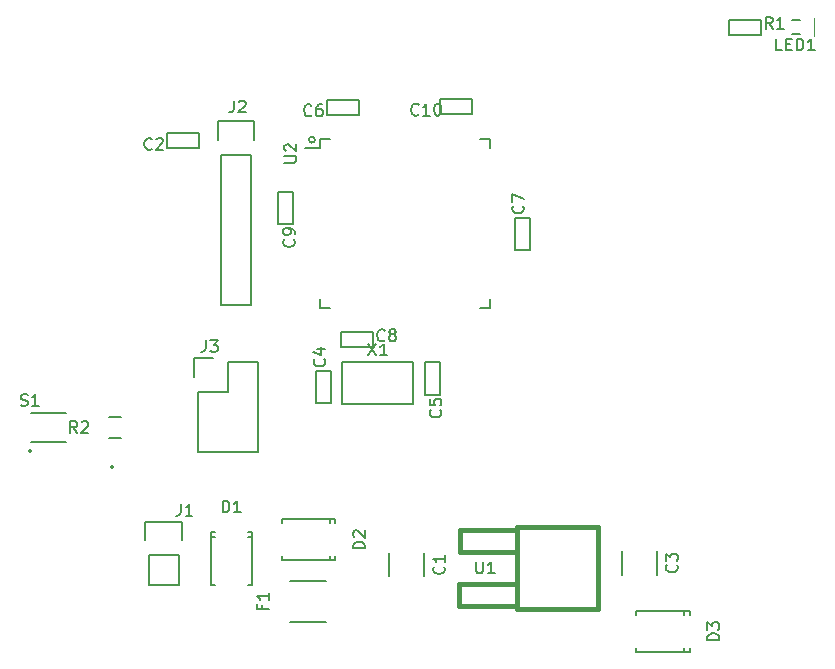
<source format=gto>
%TF.GenerationSoftware,KiCad,Pcbnew,4.0.4+e1-6308~48~ubuntu16.04.1-stable*%
%TF.CreationDate,2017-01-06T13:21:20-08:00*%
%TF.ProjectId,atmega2560,61746D656761323536302E6B69636164,v1.0*%
%TF.FileFunction,Legend,Top*%
%FSLAX46Y46*%
G04 Gerber Fmt 4.6, Leading zero omitted, Abs format (unit mm)*
G04 Created by KiCad (PCBNEW 4.0.4+e1-6308~48~ubuntu16.04.1-stable) date Fri Jan  6 13:21:20 2017*
%MOMM*%
%LPD*%
G01*
G04 APERTURE LIST*
%ADD10C,0.350000*%
%ADD11C,0.150000*%
%ADD12C,0.152400*%
%ADD13C,0.050000*%
%ADD14C,0.381000*%
%ADD15C,0.200000*%
G04 APERTURE END LIST*
D10*
D11*
X141882600Y-129681600D02*
X141882600Y-131681600D01*
X144832600Y-131681600D02*
X144832600Y-129681600D01*
D12*
X125818200Y-95427800D02*
X125818200Y-94157800D01*
X123087700Y-95427800D02*
X123087700Y-94157800D01*
D11*
X125818200Y-95427800D02*
X123087700Y-95427800D01*
X123087700Y-94157800D02*
X125818200Y-94157800D01*
X161593000Y-129529200D02*
X161593000Y-131529200D01*
X164543000Y-131529200D02*
X164543000Y-129529200D01*
D12*
X135712200Y-116979000D02*
X136982200Y-116979000D01*
X135712200Y-114248500D02*
X136982200Y-114248500D01*
D11*
X135712200Y-116979000D02*
X135712200Y-114248500D01*
X136982200Y-114248500D02*
X136982200Y-116979000D01*
D12*
X146177000Y-113551400D02*
X144907000Y-113551400D01*
X146177000Y-116281900D02*
X144907000Y-116281900D01*
D11*
X146177000Y-113551400D02*
X146177000Y-116281900D01*
X144907000Y-116281900D02*
X144907000Y-113551400D01*
D12*
X139331000Y-92583000D02*
X139331000Y-91313000D01*
X136600500Y-92583000D02*
X136600500Y-91313000D01*
D11*
X139331000Y-92583000D02*
X136600500Y-92583000D01*
X136600500Y-91313000D02*
X139331000Y-91313000D01*
D12*
X152527000Y-104025000D02*
X153797000Y-104025000D01*
X152527000Y-101294500D02*
X153797000Y-101294500D01*
D11*
X152527000Y-104025000D02*
X152527000Y-101294500D01*
X153797000Y-101294500D02*
X153797000Y-104025000D01*
D12*
X137807000Y-110998000D02*
X137807000Y-112268000D01*
X140537500Y-110998000D02*
X140537500Y-112268000D01*
D11*
X137807000Y-110998000D02*
X140537500Y-110998000D01*
X140537500Y-112268000D02*
X137807000Y-112268000D01*
D12*
X133781800Y-99124200D02*
X132511800Y-99124200D01*
X133781800Y-101854700D02*
X132511800Y-101854700D01*
D11*
X133781800Y-99124200D02*
X133781800Y-101854700D01*
X132511800Y-101854700D02*
X132511800Y-99124200D01*
D12*
X148881400Y-92532200D02*
X148881400Y-91262200D01*
X146150900Y-92532200D02*
X146150900Y-91262200D01*
D11*
X148881400Y-92532200D02*
X146150900Y-92532200D01*
X146150900Y-91262200D02*
X148881400Y-91262200D01*
X126773940Y-128332680D02*
X127124460Y-128332680D01*
X130274060Y-128332680D02*
X129923540Y-128332680D01*
X126773940Y-132382260D02*
X127124460Y-132382260D01*
X126773940Y-127881380D02*
X127124460Y-127881380D01*
X130274060Y-127881380D02*
X129923540Y-127881380D01*
X130274060Y-132382260D02*
X129923540Y-132382260D01*
X126773940Y-127881380D02*
X126773940Y-132382260D01*
X130274060Y-127881380D02*
X130274060Y-132382260D01*
X136858560Y-126824740D02*
X136858560Y-127175260D01*
X136858560Y-130324860D02*
X136858560Y-129974340D01*
X132808980Y-126824740D02*
X132808980Y-127175260D01*
X137309860Y-126824740D02*
X137309860Y-127175260D01*
X137309860Y-130324860D02*
X137309860Y-129974340D01*
X132808980Y-130324860D02*
X132808980Y-129974340D01*
X137309860Y-126824740D02*
X132808980Y-126824740D01*
X137309860Y-130324860D02*
X132808980Y-130324860D01*
X166866120Y-134597140D02*
X166866120Y-134947660D01*
X166866120Y-138097260D02*
X166866120Y-137746740D01*
X162816540Y-134597140D02*
X162816540Y-134947660D01*
X167317420Y-134597140D02*
X167317420Y-134947660D01*
X167317420Y-138097260D02*
X167317420Y-137746740D01*
X162816540Y-138097260D02*
X162816540Y-137746740D01*
X167317420Y-134597140D02*
X162816540Y-134597140D01*
X167317420Y-138097260D02*
X162816540Y-138097260D01*
X136564400Y-132082200D02*
X133516400Y-132082200D01*
X133516400Y-135532200D02*
X136564400Y-135532200D01*
X124053600Y-129895600D02*
X124053600Y-132435600D01*
X124333600Y-127075600D02*
X124333600Y-128625600D01*
X124053600Y-129895600D02*
X121513600Y-129895600D01*
X121233600Y-128625600D02*
X121233600Y-127075600D01*
X121233600Y-127075600D02*
X124333600Y-127075600D01*
X121513600Y-129895600D02*
X121513600Y-132435600D01*
X121513600Y-132435600D02*
X124053600Y-132435600D01*
X130200400Y-95961200D02*
X130200400Y-108661200D01*
X130200400Y-108661200D02*
X127660400Y-108661200D01*
X127660400Y-108661200D02*
X127660400Y-95961200D01*
X130480400Y-93141200D02*
X130480400Y-94691200D01*
X130200400Y-95961200D02*
X127660400Y-95961200D01*
X127380400Y-94691200D02*
X127380400Y-93141200D01*
X127380400Y-93141200D02*
X130480400Y-93141200D01*
X125679200Y-116027200D02*
X125679200Y-121107200D01*
X125399200Y-113207200D02*
X126949200Y-113207200D01*
X128219200Y-113487200D02*
X128219200Y-116027200D01*
X128219200Y-116027200D02*
X125679200Y-116027200D01*
X125679200Y-121107200D02*
X130759200Y-121107200D01*
X130759200Y-121107200D02*
X130759200Y-116027200D01*
X125399200Y-113207200D02*
X125399200Y-114757200D01*
X130759200Y-113487200D02*
X128219200Y-113487200D01*
X130759200Y-116027200D02*
X130759200Y-113487200D01*
D13*
X177862800Y-84429600D02*
X177862800Y-85953600D01*
D11*
X176688800Y-85791600D02*
X175988800Y-85791600D01*
X175988800Y-84591600D02*
X176688800Y-84591600D01*
D12*
X170650600Y-84556600D02*
X170650600Y-85826600D01*
X173381100Y-84556600D02*
X173381100Y-85826600D01*
D11*
X170650600Y-84556600D02*
X173381100Y-84556600D01*
X173381100Y-85826600D02*
X170650600Y-85826600D01*
X118184800Y-119925200D02*
X119184800Y-119925200D01*
X119184800Y-118225200D02*
X118184800Y-118225200D01*
X111565480Y-120325200D02*
X114565480Y-120325200D01*
X111565480Y-117825200D02*
X114565480Y-117825200D01*
D10*
X111458800Y-121075200D02*
X111458800Y-121075200D01*
X118380820Y-122388380D02*
X118380820Y-122388380D01*
D14*
X147805140Y-132326380D02*
X152704800Y-132326380D01*
X147805140Y-132326380D02*
X147805140Y-134228840D01*
X147805140Y-134228840D02*
X152704800Y-134228840D01*
X147853400Y-127726440D02*
X152704800Y-127726440D01*
X147853400Y-127726440D02*
X147853400Y-129628900D01*
X147853400Y-129628900D02*
X152704800Y-129628900D01*
X159603440Y-127528320D02*
X159603440Y-134426960D01*
X159603440Y-134426960D02*
X152704800Y-134426960D01*
X152704800Y-134426960D02*
X152704800Y-127528320D01*
X152704800Y-127528320D02*
X159603440Y-127528320D01*
D11*
X136043001Y-94641001D02*
X136043001Y-95441001D01*
X150393001Y-94641001D02*
X150393001Y-95441001D01*
X150393001Y-108991001D02*
X150393001Y-108191001D01*
X136043001Y-108991001D02*
X136043001Y-108191001D01*
X136043001Y-94641001D02*
X136843001Y-94641001D01*
X136043001Y-108991001D02*
X136843001Y-108991001D01*
X150393001Y-108991001D02*
X149593001Y-108991001D01*
X150393001Y-94641001D02*
X149593001Y-94641001D01*
X136043001Y-95441001D02*
X134768001Y-95441001D01*
D15*
X135598001Y-94704001D02*
G75*
G03X135598001Y-94704001I-254000J0D01*
G01*
D12*
X137896600Y-117043200D02*
X137896600Y-113538000D01*
X137896600Y-117043200D02*
X143891000Y-117043200D01*
X137896600Y-113538000D02*
X143891000Y-113538000D01*
X143891000Y-117043200D02*
X143891000Y-113538000D01*
D11*
X146508743Y-130848266D02*
X146556362Y-130895885D01*
X146603981Y-131038742D01*
X146603981Y-131133980D01*
X146556362Y-131276838D01*
X146461124Y-131372076D01*
X146365886Y-131419695D01*
X146175410Y-131467314D01*
X146032552Y-131467314D01*
X145842076Y-131419695D01*
X145746838Y-131372076D01*
X145651600Y-131276838D01*
X145603981Y-131133980D01*
X145603981Y-131038742D01*
X145651600Y-130895885D01*
X145699219Y-130848266D01*
X146603981Y-129895885D02*
X146603981Y-130467314D01*
X146603981Y-130181600D02*
X145603981Y-130181600D01*
X145746838Y-130276838D01*
X145842076Y-130372076D01*
X145889695Y-130467314D01*
X121790034Y-95467443D02*
X121742415Y-95515062D01*
X121599558Y-95562681D01*
X121504320Y-95562681D01*
X121361462Y-95515062D01*
X121266224Y-95419824D01*
X121218605Y-95324586D01*
X121170986Y-95134110D01*
X121170986Y-94991252D01*
X121218605Y-94800776D01*
X121266224Y-94705538D01*
X121361462Y-94610300D01*
X121504320Y-94562681D01*
X121599558Y-94562681D01*
X121742415Y-94610300D01*
X121790034Y-94657919D01*
X122170986Y-94657919D02*
X122218605Y-94610300D01*
X122313843Y-94562681D01*
X122551939Y-94562681D01*
X122647177Y-94610300D01*
X122694796Y-94657919D01*
X122742415Y-94753157D01*
X122742415Y-94848395D01*
X122694796Y-94991252D01*
X122123367Y-95562681D01*
X122742415Y-95562681D01*
X166219143Y-130695866D02*
X166266762Y-130743485D01*
X166314381Y-130886342D01*
X166314381Y-130981580D01*
X166266762Y-131124438D01*
X166171524Y-131219676D01*
X166076286Y-131267295D01*
X165885810Y-131314914D01*
X165742952Y-131314914D01*
X165552476Y-131267295D01*
X165457238Y-131219676D01*
X165362000Y-131124438D01*
X165314381Y-130981580D01*
X165314381Y-130886342D01*
X165362000Y-130743485D01*
X165409619Y-130695866D01*
X165314381Y-130362533D02*
X165314381Y-129743485D01*
X165695333Y-130076819D01*
X165695333Y-129933961D01*
X165742952Y-129838723D01*
X165790571Y-129791104D01*
X165885810Y-129743485D01*
X166123905Y-129743485D01*
X166219143Y-129791104D01*
X166266762Y-129838723D01*
X166314381Y-129933961D01*
X166314381Y-130219676D01*
X166266762Y-130314914D01*
X166219143Y-130362533D01*
X136386843Y-113284166D02*
X136434462Y-113331785D01*
X136482081Y-113474642D01*
X136482081Y-113569880D01*
X136434462Y-113712738D01*
X136339224Y-113807976D01*
X136243986Y-113855595D01*
X136053510Y-113903214D01*
X135910652Y-113903214D01*
X135720176Y-113855595D01*
X135624938Y-113807976D01*
X135529700Y-113712738D01*
X135482081Y-113569880D01*
X135482081Y-113474642D01*
X135529700Y-113331785D01*
X135577319Y-113284166D01*
X135815414Y-112427023D02*
X136482081Y-112427023D01*
X135434462Y-112665119D02*
X136148748Y-112903214D01*
X136148748Y-112284166D01*
X146216643Y-117579566D02*
X146264262Y-117627185D01*
X146311881Y-117770042D01*
X146311881Y-117865280D01*
X146264262Y-118008138D01*
X146169024Y-118103376D01*
X146073786Y-118150995D01*
X145883310Y-118198614D01*
X145740452Y-118198614D01*
X145549976Y-118150995D01*
X145454738Y-118103376D01*
X145359500Y-118008138D01*
X145311881Y-117865280D01*
X145311881Y-117770042D01*
X145359500Y-117627185D01*
X145407119Y-117579566D01*
X145311881Y-116674804D02*
X145311881Y-117150995D01*
X145788071Y-117198614D01*
X145740452Y-117150995D01*
X145692833Y-117055757D01*
X145692833Y-116817661D01*
X145740452Y-116722423D01*
X145788071Y-116674804D01*
X145883310Y-116627185D01*
X146121405Y-116627185D01*
X146216643Y-116674804D01*
X146264262Y-116722423D01*
X146311881Y-116817661D01*
X146311881Y-117055757D01*
X146264262Y-117150995D01*
X146216643Y-117198614D01*
X135302834Y-92622643D02*
X135255215Y-92670262D01*
X135112358Y-92717881D01*
X135017120Y-92717881D01*
X134874262Y-92670262D01*
X134779024Y-92575024D01*
X134731405Y-92479786D01*
X134683786Y-92289310D01*
X134683786Y-92146452D01*
X134731405Y-91955976D01*
X134779024Y-91860738D01*
X134874262Y-91765500D01*
X135017120Y-91717881D01*
X135112358Y-91717881D01*
X135255215Y-91765500D01*
X135302834Y-91813119D01*
X136159977Y-91717881D02*
X135969500Y-91717881D01*
X135874262Y-91765500D01*
X135826643Y-91813119D01*
X135731405Y-91955976D01*
X135683786Y-92146452D01*
X135683786Y-92527405D01*
X135731405Y-92622643D01*
X135779024Y-92670262D01*
X135874262Y-92717881D01*
X136064739Y-92717881D01*
X136159977Y-92670262D01*
X136207596Y-92622643D01*
X136255215Y-92527405D01*
X136255215Y-92289310D01*
X136207596Y-92194071D01*
X136159977Y-92146452D01*
X136064739Y-92098833D01*
X135874262Y-92098833D01*
X135779024Y-92146452D01*
X135731405Y-92194071D01*
X135683786Y-92289310D01*
X153201643Y-100330166D02*
X153249262Y-100377785D01*
X153296881Y-100520642D01*
X153296881Y-100615880D01*
X153249262Y-100758738D01*
X153154024Y-100853976D01*
X153058786Y-100901595D01*
X152868310Y-100949214D01*
X152725452Y-100949214D01*
X152534976Y-100901595D01*
X152439738Y-100853976D01*
X152344500Y-100758738D01*
X152296881Y-100615880D01*
X152296881Y-100520642D01*
X152344500Y-100377785D01*
X152392119Y-100330166D01*
X152296881Y-99996833D02*
X152296881Y-99330166D01*
X153296881Y-99758738D01*
X141501834Y-111672643D02*
X141454215Y-111720262D01*
X141311358Y-111767881D01*
X141216120Y-111767881D01*
X141073262Y-111720262D01*
X140978024Y-111625024D01*
X140930405Y-111529786D01*
X140882786Y-111339310D01*
X140882786Y-111196452D01*
X140930405Y-111005976D01*
X140978024Y-110910738D01*
X141073262Y-110815500D01*
X141216120Y-110767881D01*
X141311358Y-110767881D01*
X141454215Y-110815500D01*
X141501834Y-110863119D01*
X142073262Y-111196452D02*
X141978024Y-111148833D01*
X141930405Y-111101214D01*
X141882786Y-111005976D01*
X141882786Y-110958357D01*
X141930405Y-110863119D01*
X141978024Y-110815500D01*
X142073262Y-110767881D01*
X142263739Y-110767881D01*
X142358977Y-110815500D01*
X142406596Y-110863119D01*
X142454215Y-110958357D01*
X142454215Y-111005976D01*
X142406596Y-111101214D01*
X142358977Y-111148833D01*
X142263739Y-111196452D01*
X142073262Y-111196452D01*
X141978024Y-111244071D01*
X141930405Y-111291690D01*
X141882786Y-111386929D01*
X141882786Y-111577405D01*
X141930405Y-111672643D01*
X141978024Y-111720262D01*
X142073262Y-111767881D01*
X142263739Y-111767881D01*
X142358977Y-111720262D01*
X142406596Y-111672643D01*
X142454215Y-111577405D01*
X142454215Y-111386929D01*
X142406596Y-111291690D01*
X142358977Y-111244071D01*
X142263739Y-111196452D01*
X133821443Y-103152366D02*
X133869062Y-103199985D01*
X133916681Y-103342842D01*
X133916681Y-103438080D01*
X133869062Y-103580938D01*
X133773824Y-103676176D01*
X133678586Y-103723795D01*
X133488110Y-103771414D01*
X133345252Y-103771414D01*
X133154776Y-103723795D01*
X133059538Y-103676176D01*
X132964300Y-103580938D01*
X132916681Y-103438080D01*
X132916681Y-103342842D01*
X132964300Y-103199985D01*
X133011919Y-103152366D01*
X133916681Y-102676176D02*
X133916681Y-102485700D01*
X133869062Y-102390461D01*
X133821443Y-102342842D01*
X133678586Y-102247604D01*
X133488110Y-102199985D01*
X133107157Y-102199985D01*
X133011919Y-102247604D01*
X132964300Y-102295223D01*
X132916681Y-102390461D01*
X132916681Y-102580938D01*
X132964300Y-102676176D01*
X133011919Y-102723795D01*
X133107157Y-102771414D01*
X133345252Y-102771414D01*
X133440490Y-102723795D01*
X133488110Y-102676176D01*
X133535729Y-102580938D01*
X133535729Y-102390461D01*
X133488110Y-102295223D01*
X133440490Y-102247604D01*
X133345252Y-102199985D01*
X144377043Y-92571843D02*
X144329424Y-92619462D01*
X144186567Y-92667081D01*
X144091329Y-92667081D01*
X143948471Y-92619462D01*
X143853233Y-92524224D01*
X143805614Y-92428986D01*
X143757995Y-92238510D01*
X143757995Y-92095652D01*
X143805614Y-91905176D01*
X143853233Y-91809938D01*
X143948471Y-91714700D01*
X144091329Y-91667081D01*
X144186567Y-91667081D01*
X144329424Y-91714700D01*
X144377043Y-91762319D01*
X145329424Y-92667081D02*
X144757995Y-92667081D01*
X145043709Y-92667081D02*
X145043709Y-91667081D01*
X144948471Y-91809938D01*
X144853233Y-91905176D01*
X144757995Y-91952795D01*
X145948471Y-91667081D02*
X146043710Y-91667081D01*
X146138948Y-91714700D01*
X146186567Y-91762319D01*
X146234186Y-91857557D01*
X146281805Y-92048033D01*
X146281805Y-92286129D01*
X146234186Y-92476605D01*
X146186567Y-92571843D01*
X146138948Y-92619462D01*
X146043710Y-92667081D01*
X145948471Y-92667081D01*
X145853233Y-92619462D01*
X145805614Y-92571843D01*
X145757995Y-92476605D01*
X145710376Y-92286129D01*
X145710376Y-92048033D01*
X145757995Y-91857557D01*
X145805614Y-91762319D01*
X145853233Y-91714700D01*
X145948471Y-91667081D01*
X127785905Y-126266201D02*
X127785905Y-125266201D01*
X128024000Y-125266201D01*
X128166858Y-125313820D01*
X128262096Y-125409058D01*
X128309715Y-125504296D01*
X128357334Y-125694772D01*
X128357334Y-125837630D01*
X128309715Y-126028106D01*
X128262096Y-126123344D01*
X128166858Y-126218582D01*
X128024000Y-126266201D01*
X127785905Y-126266201D01*
X129309715Y-126266201D02*
X128738286Y-126266201D01*
X129024000Y-126266201D02*
X129024000Y-125266201D01*
X128928762Y-125409058D01*
X128833524Y-125504296D01*
X128738286Y-125551915D01*
X139829801Y-129312895D02*
X138829801Y-129312895D01*
X138829801Y-129074800D01*
X138877420Y-128931942D01*
X138972658Y-128836704D01*
X139067896Y-128789085D01*
X139258372Y-128741466D01*
X139401230Y-128741466D01*
X139591706Y-128789085D01*
X139686944Y-128836704D01*
X139782182Y-128931942D01*
X139829801Y-129074800D01*
X139829801Y-129312895D01*
X138925039Y-128360514D02*
X138877420Y-128312895D01*
X138829801Y-128217657D01*
X138829801Y-127979561D01*
X138877420Y-127884323D01*
X138925039Y-127836704D01*
X139020277Y-127789085D01*
X139115515Y-127789085D01*
X139258372Y-127836704D01*
X139829801Y-128408133D01*
X139829801Y-127789085D01*
X169837361Y-137085295D02*
X168837361Y-137085295D01*
X168837361Y-136847200D01*
X168884980Y-136704342D01*
X168980218Y-136609104D01*
X169075456Y-136561485D01*
X169265932Y-136513866D01*
X169408790Y-136513866D01*
X169599266Y-136561485D01*
X169694504Y-136609104D01*
X169789742Y-136704342D01*
X169837361Y-136847200D01*
X169837361Y-137085295D01*
X168837361Y-136180533D02*
X168837361Y-135561485D01*
X169218313Y-135894819D01*
X169218313Y-135751961D01*
X169265932Y-135656723D01*
X169313551Y-135609104D01*
X169408790Y-135561485D01*
X169646885Y-135561485D01*
X169742123Y-135609104D01*
X169789742Y-135656723D01*
X169837361Y-135751961D01*
X169837361Y-136037676D01*
X169789742Y-136132914D01*
X169742123Y-136180533D01*
X131158971Y-134140533D02*
X131158971Y-134473867D01*
X131682781Y-134473867D02*
X130682781Y-134473867D01*
X130682781Y-133997676D01*
X131682781Y-133092914D02*
X131682781Y-133664343D01*
X131682781Y-133378629D02*
X130682781Y-133378629D01*
X130825638Y-133473867D01*
X130920876Y-133569105D01*
X130968495Y-133664343D01*
X124228267Y-125537981D02*
X124228267Y-126252267D01*
X124180647Y-126395124D01*
X124085409Y-126490362D01*
X123942552Y-126537981D01*
X123847314Y-126537981D01*
X125228267Y-126537981D02*
X124656838Y-126537981D01*
X124942552Y-126537981D02*
X124942552Y-125537981D01*
X124847314Y-125680838D01*
X124752076Y-125776076D01*
X124656838Y-125823695D01*
X128737067Y-91403581D02*
X128737067Y-92117867D01*
X128689447Y-92260724D01*
X128594209Y-92355962D01*
X128451352Y-92403581D01*
X128356114Y-92403581D01*
X129165638Y-91498819D02*
X129213257Y-91451200D01*
X129308495Y-91403581D01*
X129546591Y-91403581D01*
X129641829Y-91451200D01*
X129689448Y-91498819D01*
X129737067Y-91594057D01*
X129737067Y-91689295D01*
X129689448Y-91832152D01*
X129118019Y-92403581D01*
X129737067Y-92403581D01*
X126361867Y-111669581D02*
X126361867Y-112383867D01*
X126314247Y-112526724D01*
X126219009Y-112621962D01*
X126076152Y-112669581D01*
X125980914Y-112669581D01*
X126742819Y-111669581D02*
X127361867Y-111669581D01*
X127028533Y-112050533D01*
X127171391Y-112050533D01*
X127266629Y-112098152D01*
X127314248Y-112145771D01*
X127361867Y-112241010D01*
X127361867Y-112479105D01*
X127314248Y-112574343D01*
X127266629Y-112621962D01*
X127171391Y-112669581D01*
X126885676Y-112669581D01*
X126790438Y-112621962D01*
X126742819Y-112574343D01*
X175149753Y-87153981D02*
X174673562Y-87153981D01*
X174673562Y-86153981D01*
X175483086Y-86630171D02*
X175816420Y-86630171D01*
X175959277Y-87153981D02*
X175483086Y-87153981D01*
X175483086Y-86153981D01*
X175959277Y-86153981D01*
X176387848Y-87153981D02*
X176387848Y-86153981D01*
X176625943Y-86153981D01*
X176768801Y-86201600D01*
X176864039Y-86296838D01*
X176911658Y-86392076D01*
X176959277Y-86582552D01*
X176959277Y-86725410D01*
X176911658Y-86915886D01*
X176864039Y-87011124D01*
X176768801Y-87106362D01*
X176625943Y-87153981D01*
X176387848Y-87153981D01*
X177911658Y-87153981D02*
X177340229Y-87153981D01*
X177625943Y-87153981D02*
X177625943Y-86153981D01*
X177530705Y-86296838D01*
X177435467Y-86392076D01*
X177340229Y-86439695D01*
X174345434Y-85326481D02*
X174012100Y-84850290D01*
X173774005Y-85326481D02*
X173774005Y-84326481D01*
X174154958Y-84326481D01*
X174250196Y-84374100D01*
X174297815Y-84421719D01*
X174345434Y-84516957D01*
X174345434Y-84659814D01*
X174297815Y-84755052D01*
X174250196Y-84802671D01*
X174154958Y-84850290D01*
X173774005Y-84850290D01*
X175297815Y-85326481D02*
X174726386Y-85326481D01*
X175012100Y-85326481D02*
X175012100Y-84326481D01*
X174916862Y-84469338D01*
X174821624Y-84564576D01*
X174726386Y-84612195D01*
X115470134Y-119527581D02*
X115136800Y-119051390D01*
X114898705Y-119527581D02*
X114898705Y-118527581D01*
X115279658Y-118527581D01*
X115374896Y-118575200D01*
X115422515Y-118622819D01*
X115470134Y-118718057D01*
X115470134Y-118860914D01*
X115422515Y-118956152D01*
X115374896Y-119003771D01*
X115279658Y-119051390D01*
X114898705Y-119051390D01*
X115851086Y-118622819D02*
X115898705Y-118575200D01*
X115993943Y-118527581D01*
X116232039Y-118527581D01*
X116327277Y-118575200D01*
X116374896Y-118622819D01*
X116422515Y-118718057D01*
X116422515Y-118813295D01*
X116374896Y-118956152D01*
X115803467Y-119527581D01*
X116422515Y-119527581D01*
X110696895Y-117193962D02*
X110839752Y-117241581D01*
X111077848Y-117241581D01*
X111173086Y-117193962D01*
X111220705Y-117146343D01*
X111268324Y-117051105D01*
X111268324Y-116955867D01*
X111220705Y-116860629D01*
X111173086Y-116813010D01*
X111077848Y-116765390D01*
X110887371Y-116717771D01*
X110792133Y-116670152D01*
X110744514Y-116622533D01*
X110696895Y-116527295D01*
X110696895Y-116432057D01*
X110744514Y-116336819D01*
X110792133Y-116289200D01*
X110887371Y-116241581D01*
X111125467Y-116241581D01*
X111268324Y-116289200D01*
X112220705Y-117241581D02*
X111649276Y-117241581D01*
X111934990Y-117241581D02*
X111934990Y-116241581D01*
X111839752Y-116384438D01*
X111744514Y-116479676D01*
X111649276Y-116527295D01*
X149250495Y-130430021D02*
X149250495Y-131239545D01*
X149298114Y-131334783D01*
X149345733Y-131382402D01*
X149440971Y-131430021D01*
X149631448Y-131430021D01*
X149726686Y-131382402D01*
X149774305Y-131334783D01*
X149821924Y-131239545D01*
X149821924Y-130430021D01*
X150821924Y-131430021D02*
X150250495Y-131430021D01*
X150536209Y-131430021D02*
X150536209Y-130430021D01*
X150440971Y-130572878D01*
X150345733Y-130668116D01*
X150250495Y-130715735D01*
X133018382Y-96647006D02*
X133827906Y-96647006D01*
X133923144Y-96599387D01*
X133970763Y-96551768D01*
X134018382Y-96456530D01*
X134018382Y-96266053D01*
X133970763Y-96170815D01*
X133923144Y-96123196D01*
X133827906Y-96075577D01*
X133018382Y-96075577D01*
X133113620Y-95647006D02*
X133066001Y-95599387D01*
X133018382Y-95504149D01*
X133018382Y-95266053D01*
X133066001Y-95170815D01*
X133113620Y-95123196D01*
X133208858Y-95075577D01*
X133304096Y-95075577D01*
X133446953Y-95123196D01*
X134018382Y-95694625D01*
X134018382Y-95075577D01*
X140135076Y-111971581D02*
X140801743Y-112971581D01*
X140801743Y-111971581D02*
X140135076Y-112971581D01*
X141706505Y-112971581D02*
X141135076Y-112971581D01*
X141420790Y-112971581D02*
X141420790Y-111971581D01*
X141325552Y-112114438D01*
X141230314Y-112209676D01*
X141135076Y-112257295D01*
M02*

</source>
